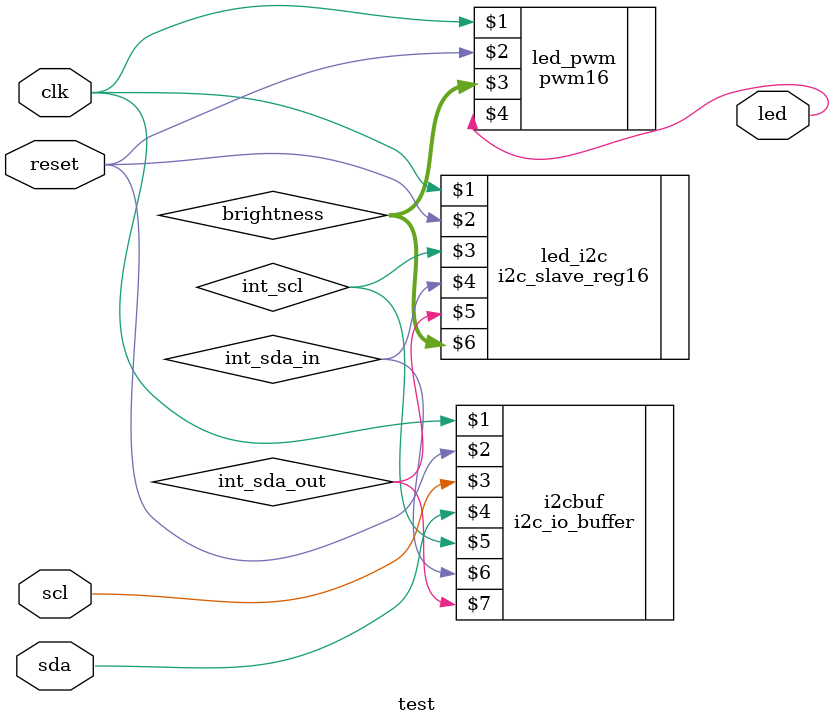
<source format=v>
module test (clk, reset,
             led,
             scl, sda);

	input clk, reset;
	output led;
	input scl;
	inout sda;
	
	/* Buffer between external 2-wire I2C and on-chip 3-wire I2C */
	wire int_scl, int_sda_in, int_sda_out;
	i2c_io_buffer i2cbuf(clk, reset,
	                     scl, sda,
	                     int_scl, int_sda_in, int_sda_out);
	
	wire [15:0] brightness;
	pwm16 led_pwm(clk, reset, brightness, led);
	i2c_slave_reg16 #(7'h21) led_i2c(clk, reset,
	                                 int_scl, int_sda_in, int_sda_out,
	                                 brightness);
endmodule

</source>
